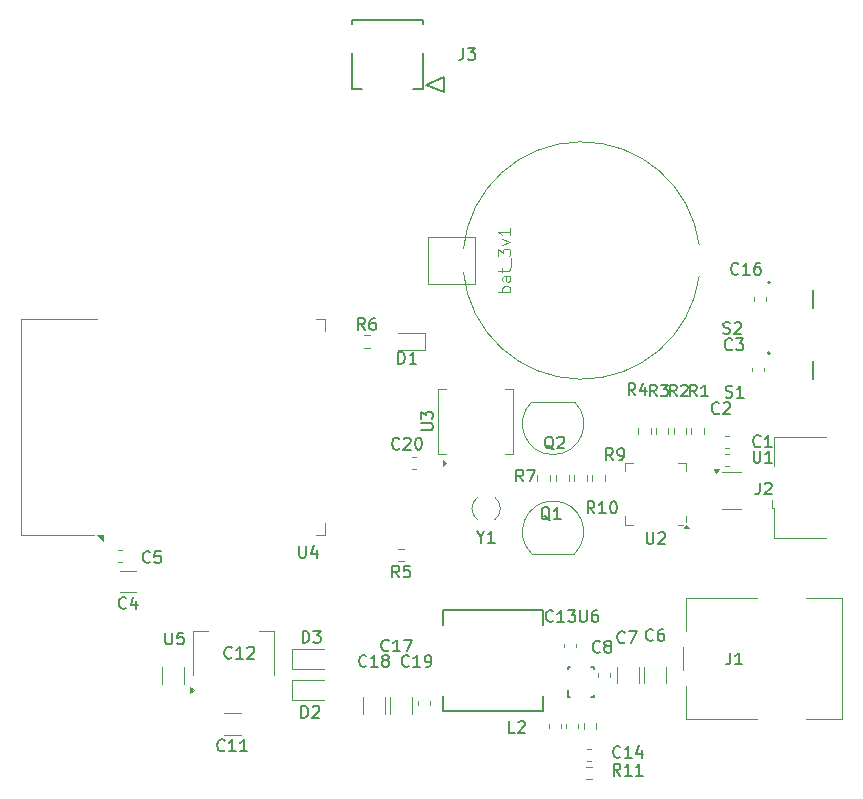
<source format=gbr>
%TF.GenerationSoftware,KiCad,Pcbnew,9.0.3*%
%TF.CreationDate,2025-08-19T04:28:39+03:00*%
%TF.ProjectId,esp,6573702e-6b69-4636-9164-5f7063625858,rev?*%
%TF.SameCoordinates,Original*%
%TF.FileFunction,Legend,Top*%
%TF.FilePolarity,Positive*%
%FSLAX46Y46*%
G04 Gerber Fmt 4.6, Leading zero omitted, Abs format (unit mm)*
G04 Created by KiCad (PCBNEW 9.0.3) date 2025-08-19 04:28:39*
%MOMM*%
%LPD*%
G01*
G04 APERTURE LIST*
%ADD10C,0.150000*%
%ADD11C,0.100000*%
%ADD12C,0.120000*%
%ADD13C,0.200000*%
%ADD14C,0.127000*%
%ADD15C,0.152400*%
G04 APERTURE END LIST*
D10*
X89723809Y-81928628D02*
X89723809Y-82404819D01*
X89390476Y-81404819D02*
X89723809Y-81928628D01*
X89723809Y-81928628D02*
X90057142Y-81404819D01*
X90914285Y-82404819D02*
X90342857Y-82404819D01*
X90628571Y-82404819D02*
X90628571Y-81404819D01*
X90628571Y-81404819D02*
X90533333Y-81547676D01*
X90533333Y-81547676D02*
X90438095Y-81642914D01*
X90438095Y-81642914D02*
X90342857Y-81690533D01*
X74661905Y-90854819D02*
X74661905Y-89854819D01*
X74661905Y-89854819D02*
X74900000Y-89854819D01*
X74900000Y-89854819D02*
X75042857Y-89902438D01*
X75042857Y-89902438D02*
X75138095Y-89997676D01*
X75138095Y-89997676D02*
X75185714Y-90092914D01*
X75185714Y-90092914D02*
X75233333Y-90283390D01*
X75233333Y-90283390D02*
X75233333Y-90426247D01*
X75233333Y-90426247D02*
X75185714Y-90616723D01*
X75185714Y-90616723D02*
X75138095Y-90711961D01*
X75138095Y-90711961D02*
X75042857Y-90807200D01*
X75042857Y-90807200D02*
X74900000Y-90854819D01*
X74900000Y-90854819D02*
X74661905Y-90854819D01*
X75566667Y-89854819D02*
X76185714Y-89854819D01*
X76185714Y-89854819D02*
X75852381Y-90235771D01*
X75852381Y-90235771D02*
X75995238Y-90235771D01*
X75995238Y-90235771D02*
X76090476Y-90283390D01*
X76090476Y-90283390D02*
X76138095Y-90331009D01*
X76138095Y-90331009D02*
X76185714Y-90426247D01*
X76185714Y-90426247D02*
X76185714Y-90664342D01*
X76185714Y-90664342D02*
X76138095Y-90759580D01*
X76138095Y-90759580D02*
X76090476Y-90807200D01*
X76090476Y-90807200D02*
X75995238Y-90854819D01*
X75995238Y-90854819D02*
X75709524Y-90854819D01*
X75709524Y-90854819D02*
X75614286Y-90807200D01*
X75614286Y-90807200D02*
X75566667Y-90759580D01*
X104333333Y-90609580D02*
X104285714Y-90657200D01*
X104285714Y-90657200D02*
X104142857Y-90704819D01*
X104142857Y-90704819D02*
X104047619Y-90704819D01*
X104047619Y-90704819D02*
X103904762Y-90657200D01*
X103904762Y-90657200D02*
X103809524Y-90561961D01*
X103809524Y-90561961D02*
X103761905Y-90466723D01*
X103761905Y-90466723D02*
X103714286Y-90276247D01*
X103714286Y-90276247D02*
X103714286Y-90133390D01*
X103714286Y-90133390D02*
X103761905Y-89942914D01*
X103761905Y-89942914D02*
X103809524Y-89847676D01*
X103809524Y-89847676D02*
X103904762Y-89752438D01*
X103904762Y-89752438D02*
X104047619Y-89704819D01*
X104047619Y-89704819D02*
X104142857Y-89704819D01*
X104142857Y-89704819D02*
X104285714Y-89752438D01*
X104285714Y-89752438D02*
X104333333Y-89800057D01*
X105190476Y-89704819D02*
X105000000Y-89704819D01*
X105000000Y-89704819D02*
X104904762Y-89752438D01*
X104904762Y-89752438D02*
X104857143Y-89800057D01*
X104857143Y-89800057D02*
X104761905Y-89942914D01*
X104761905Y-89942914D02*
X104714286Y-90133390D01*
X104714286Y-90133390D02*
X104714286Y-90514342D01*
X104714286Y-90514342D02*
X104761905Y-90609580D01*
X104761905Y-90609580D02*
X104809524Y-90657200D01*
X104809524Y-90657200D02*
X104904762Y-90704819D01*
X104904762Y-90704819D02*
X105095238Y-90704819D01*
X105095238Y-90704819D02*
X105190476Y-90657200D01*
X105190476Y-90657200D02*
X105238095Y-90609580D01*
X105238095Y-90609580D02*
X105285714Y-90514342D01*
X105285714Y-90514342D02*
X105285714Y-90276247D01*
X105285714Y-90276247D02*
X105238095Y-90181009D01*
X105238095Y-90181009D02*
X105190476Y-90133390D01*
X105190476Y-90133390D02*
X105095238Y-90085771D01*
X105095238Y-90085771D02*
X104904762Y-90085771D01*
X104904762Y-90085771D02*
X104809524Y-90133390D01*
X104809524Y-90133390D02*
X104761905Y-90181009D01*
X104761905Y-90181009D02*
X104714286Y-90276247D01*
X82833333Y-85334819D02*
X82500000Y-84858628D01*
X82261905Y-85334819D02*
X82261905Y-84334819D01*
X82261905Y-84334819D02*
X82642857Y-84334819D01*
X82642857Y-84334819D02*
X82738095Y-84382438D01*
X82738095Y-84382438D02*
X82785714Y-84430057D01*
X82785714Y-84430057D02*
X82833333Y-84525295D01*
X82833333Y-84525295D02*
X82833333Y-84668152D01*
X82833333Y-84668152D02*
X82785714Y-84763390D01*
X82785714Y-84763390D02*
X82738095Y-84811009D01*
X82738095Y-84811009D02*
X82642857Y-84858628D01*
X82642857Y-84858628D02*
X82261905Y-84858628D01*
X83738095Y-84334819D02*
X83261905Y-84334819D01*
X83261905Y-84334819D02*
X83214286Y-84811009D01*
X83214286Y-84811009D02*
X83261905Y-84763390D01*
X83261905Y-84763390D02*
X83357143Y-84715771D01*
X83357143Y-84715771D02*
X83595238Y-84715771D01*
X83595238Y-84715771D02*
X83690476Y-84763390D01*
X83690476Y-84763390D02*
X83738095Y-84811009D01*
X83738095Y-84811009D02*
X83785714Y-84906247D01*
X83785714Y-84906247D02*
X83785714Y-85144342D01*
X83785714Y-85144342D02*
X83738095Y-85239580D01*
X83738095Y-85239580D02*
X83690476Y-85287200D01*
X83690476Y-85287200D02*
X83595238Y-85334819D01*
X83595238Y-85334819D02*
X83357143Y-85334819D01*
X83357143Y-85334819D02*
X83261905Y-85287200D01*
X83261905Y-85287200D02*
X83214286Y-85239580D01*
X112838095Y-74604819D02*
X112838095Y-75414342D01*
X112838095Y-75414342D02*
X112885714Y-75509580D01*
X112885714Y-75509580D02*
X112933333Y-75557200D01*
X112933333Y-75557200D02*
X113028571Y-75604819D01*
X113028571Y-75604819D02*
X113219047Y-75604819D01*
X113219047Y-75604819D02*
X113314285Y-75557200D01*
X113314285Y-75557200D02*
X113361904Y-75509580D01*
X113361904Y-75509580D02*
X113409523Y-75414342D01*
X113409523Y-75414342D02*
X113409523Y-74604819D01*
X114409523Y-75604819D02*
X113838095Y-75604819D01*
X114123809Y-75604819D02*
X114123809Y-74604819D01*
X114123809Y-74604819D02*
X114028571Y-74747676D01*
X114028571Y-74747676D02*
X113933333Y-74842914D01*
X113933333Y-74842914D02*
X113838095Y-74890533D01*
X98138095Y-88104819D02*
X98138095Y-88914342D01*
X98138095Y-88914342D02*
X98185714Y-89009580D01*
X98185714Y-89009580D02*
X98233333Y-89057200D01*
X98233333Y-89057200D02*
X98328571Y-89104819D01*
X98328571Y-89104819D02*
X98519047Y-89104819D01*
X98519047Y-89104819D02*
X98614285Y-89057200D01*
X98614285Y-89057200D02*
X98661904Y-89009580D01*
X98661904Y-89009580D02*
X98709523Y-88914342D01*
X98709523Y-88914342D02*
X98709523Y-88104819D01*
X99614285Y-88104819D02*
X99423809Y-88104819D01*
X99423809Y-88104819D02*
X99328571Y-88152438D01*
X99328571Y-88152438D02*
X99280952Y-88200057D01*
X99280952Y-88200057D02*
X99185714Y-88342914D01*
X99185714Y-88342914D02*
X99138095Y-88533390D01*
X99138095Y-88533390D02*
X99138095Y-88914342D01*
X99138095Y-88914342D02*
X99185714Y-89009580D01*
X99185714Y-89009580D02*
X99233333Y-89057200D01*
X99233333Y-89057200D02*
X99328571Y-89104819D01*
X99328571Y-89104819D02*
X99519047Y-89104819D01*
X99519047Y-89104819D02*
X99614285Y-89057200D01*
X99614285Y-89057200D02*
X99661904Y-89009580D01*
X99661904Y-89009580D02*
X99709523Y-88914342D01*
X99709523Y-88914342D02*
X99709523Y-88676247D01*
X99709523Y-88676247D02*
X99661904Y-88581009D01*
X99661904Y-88581009D02*
X99614285Y-88533390D01*
X99614285Y-88533390D02*
X99519047Y-88485771D01*
X99519047Y-88485771D02*
X99328571Y-88485771D01*
X99328571Y-88485771D02*
X99233333Y-88533390D01*
X99233333Y-88533390D02*
X99185714Y-88581009D01*
X99185714Y-88581009D02*
X99138095Y-88676247D01*
X88266666Y-40504819D02*
X88266666Y-41219104D01*
X88266666Y-41219104D02*
X88219047Y-41361961D01*
X88219047Y-41361961D02*
X88123809Y-41457200D01*
X88123809Y-41457200D02*
X87980952Y-41504819D01*
X87980952Y-41504819D02*
X87885714Y-41504819D01*
X88647619Y-40504819D02*
X89266666Y-40504819D01*
X89266666Y-40504819D02*
X88933333Y-40885771D01*
X88933333Y-40885771D02*
X89076190Y-40885771D01*
X89076190Y-40885771D02*
X89171428Y-40933390D01*
X89171428Y-40933390D02*
X89219047Y-40981009D01*
X89219047Y-40981009D02*
X89266666Y-41076247D01*
X89266666Y-41076247D02*
X89266666Y-41314342D01*
X89266666Y-41314342D02*
X89219047Y-41409580D01*
X89219047Y-41409580D02*
X89171428Y-41457200D01*
X89171428Y-41457200D02*
X89076190Y-41504819D01*
X89076190Y-41504819D02*
X88790476Y-41504819D01*
X88790476Y-41504819D02*
X88695238Y-41457200D01*
X88695238Y-41457200D02*
X88647619Y-41409580D01*
X95604761Y-80500057D02*
X95509523Y-80452438D01*
X95509523Y-80452438D02*
X95414285Y-80357200D01*
X95414285Y-80357200D02*
X95271428Y-80214342D01*
X95271428Y-80214342D02*
X95176190Y-80166723D01*
X95176190Y-80166723D02*
X95080952Y-80166723D01*
X95128571Y-80404819D02*
X95033333Y-80357200D01*
X95033333Y-80357200D02*
X94938095Y-80261961D01*
X94938095Y-80261961D02*
X94890476Y-80071485D01*
X94890476Y-80071485D02*
X94890476Y-79738152D01*
X94890476Y-79738152D02*
X94938095Y-79547676D01*
X94938095Y-79547676D02*
X95033333Y-79452438D01*
X95033333Y-79452438D02*
X95128571Y-79404819D01*
X95128571Y-79404819D02*
X95319047Y-79404819D01*
X95319047Y-79404819D02*
X95414285Y-79452438D01*
X95414285Y-79452438D02*
X95509523Y-79547676D01*
X95509523Y-79547676D02*
X95557142Y-79738152D01*
X95557142Y-79738152D02*
X95557142Y-80071485D01*
X95557142Y-80071485D02*
X95509523Y-80261961D01*
X95509523Y-80261961D02*
X95414285Y-80357200D01*
X95414285Y-80357200D02*
X95319047Y-80404819D01*
X95319047Y-80404819D02*
X95128571Y-80404819D01*
X96509523Y-80404819D02*
X95938095Y-80404819D01*
X96223809Y-80404819D02*
X96223809Y-79404819D01*
X96223809Y-79404819D02*
X96128571Y-79547676D01*
X96128571Y-79547676D02*
X96033333Y-79642914D01*
X96033333Y-79642914D02*
X95938095Y-79690533D01*
X81957142Y-91509580D02*
X81909523Y-91557200D01*
X81909523Y-91557200D02*
X81766666Y-91604819D01*
X81766666Y-91604819D02*
X81671428Y-91604819D01*
X81671428Y-91604819D02*
X81528571Y-91557200D01*
X81528571Y-91557200D02*
X81433333Y-91461961D01*
X81433333Y-91461961D02*
X81385714Y-91366723D01*
X81385714Y-91366723D02*
X81338095Y-91176247D01*
X81338095Y-91176247D02*
X81338095Y-91033390D01*
X81338095Y-91033390D02*
X81385714Y-90842914D01*
X81385714Y-90842914D02*
X81433333Y-90747676D01*
X81433333Y-90747676D02*
X81528571Y-90652438D01*
X81528571Y-90652438D02*
X81671428Y-90604819D01*
X81671428Y-90604819D02*
X81766666Y-90604819D01*
X81766666Y-90604819D02*
X81909523Y-90652438D01*
X81909523Y-90652438D02*
X81957142Y-90700057D01*
X82909523Y-91604819D02*
X82338095Y-91604819D01*
X82623809Y-91604819D02*
X82623809Y-90604819D01*
X82623809Y-90604819D02*
X82528571Y-90747676D01*
X82528571Y-90747676D02*
X82433333Y-90842914D01*
X82433333Y-90842914D02*
X82338095Y-90890533D01*
X83242857Y-90604819D02*
X83909523Y-90604819D01*
X83909523Y-90604819D02*
X83480952Y-91604819D01*
X101933333Y-90809580D02*
X101885714Y-90857200D01*
X101885714Y-90857200D02*
X101742857Y-90904819D01*
X101742857Y-90904819D02*
X101647619Y-90904819D01*
X101647619Y-90904819D02*
X101504762Y-90857200D01*
X101504762Y-90857200D02*
X101409524Y-90761961D01*
X101409524Y-90761961D02*
X101361905Y-90666723D01*
X101361905Y-90666723D02*
X101314286Y-90476247D01*
X101314286Y-90476247D02*
X101314286Y-90333390D01*
X101314286Y-90333390D02*
X101361905Y-90142914D01*
X101361905Y-90142914D02*
X101409524Y-90047676D01*
X101409524Y-90047676D02*
X101504762Y-89952438D01*
X101504762Y-89952438D02*
X101647619Y-89904819D01*
X101647619Y-89904819D02*
X101742857Y-89904819D01*
X101742857Y-89904819D02*
X101885714Y-89952438D01*
X101885714Y-89952438D02*
X101933333Y-90000057D01*
X102266667Y-89904819D02*
X102933333Y-89904819D01*
X102933333Y-89904819D02*
X102504762Y-90904819D01*
X101557142Y-102104819D02*
X101223809Y-101628628D01*
X100985714Y-102104819D02*
X100985714Y-101104819D01*
X100985714Y-101104819D02*
X101366666Y-101104819D01*
X101366666Y-101104819D02*
X101461904Y-101152438D01*
X101461904Y-101152438D02*
X101509523Y-101200057D01*
X101509523Y-101200057D02*
X101557142Y-101295295D01*
X101557142Y-101295295D02*
X101557142Y-101438152D01*
X101557142Y-101438152D02*
X101509523Y-101533390D01*
X101509523Y-101533390D02*
X101461904Y-101581009D01*
X101461904Y-101581009D02*
X101366666Y-101628628D01*
X101366666Y-101628628D02*
X100985714Y-101628628D01*
X102509523Y-102104819D02*
X101938095Y-102104819D01*
X102223809Y-102104819D02*
X102223809Y-101104819D01*
X102223809Y-101104819D02*
X102128571Y-101247676D01*
X102128571Y-101247676D02*
X102033333Y-101342914D01*
X102033333Y-101342914D02*
X101938095Y-101390533D01*
X103461904Y-102104819D02*
X102890476Y-102104819D01*
X103176190Y-102104819D02*
X103176190Y-101104819D01*
X103176190Y-101104819D02*
X103080952Y-101247676D01*
X103080952Y-101247676D02*
X102985714Y-101342914D01*
X102985714Y-101342914D02*
X102890476Y-101390533D01*
X63038095Y-90004819D02*
X63038095Y-90814342D01*
X63038095Y-90814342D02*
X63085714Y-90909580D01*
X63085714Y-90909580D02*
X63133333Y-90957200D01*
X63133333Y-90957200D02*
X63228571Y-91004819D01*
X63228571Y-91004819D02*
X63419047Y-91004819D01*
X63419047Y-91004819D02*
X63514285Y-90957200D01*
X63514285Y-90957200D02*
X63561904Y-90909580D01*
X63561904Y-90909580D02*
X63609523Y-90814342D01*
X63609523Y-90814342D02*
X63609523Y-90004819D01*
X64561904Y-90004819D02*
X64085714Y-90004819D01*
X64085714Y-90004819D02*
X64038095Y-90481009D01*
X64038095Y-90481009D02*
X64085714Y-90433390D01*
X64085714Y-90433390D02*
X64180952Y-90385771D01*
X64180952Y-90385771D02*
X64419047Y-90385771D01*
X64419047Y-90385771D02*
X64514285Y-90433390D01*
X64514285Y-90433390D02*
X64561904Y-90481009D01*
X64561904Y-90481009D02*
X64609523Y-90576247D01*
X64609523Y-90576247D02*
X64609523Y-90814342D01*
X64609523Y-90814342D02*
X64561904Y-90909580D01*
X64561904Y-90909580D02*
X64514285Y-90957200D01*
X64514285Y-90957200D02*
X64419047Y-91004819D01*
X64419047Y-91004819D02*
X64180952Y-91004819D01*
X64180952Y-91004819D02*
X64085714Y-90957200D01*
X64085714Y-90957200D02*
X64038095Y-90909580D01*
X108033333Y-70004819D02*
X107700000Y-69528628D01*
X107461905Y-70004819D02*
X107461905Y-69004819D01*
X107461905Y-69004819D02*
X107842857Y-69004819D01*
X107842857Y-69004819D02*
X107938095Y-69052438D01*
X107938095Y-69052438D02*
X107985714Y-69100057D01*
X107985714Y-69100057D02*
X108033333Y-69195295D01*
X108033333Y-69195295D02*
X108033333Y-69338152D01*
X108033333Y-69338152D02*
X107985714Y-69433390D01*
X107985714Y-69433390D02*
X107938095Y-69481009D01*
X107938095Y-69481009D02*
X107842857Y-69528628D01*
X107842857Y-69528628D02*
X107461905Y-69528628D01*
X108985714Y-70004819D02*
X108414286Y-70004819D01*
X108700000Y-70004819D02*
X108700000Y-69004819D01*
X108700000Y-69004819D02*
X108604762Y-69147676D01*
X108604762Y-69147676D02*
X108509524Y-69242914D01*
X108509524Y-69242914D02*
X108414286Y-69290533D01*
X84704819Y-72861904D02*
X85514342Y-72861904D01*
X85514342Y-72861904D02*
X85609580Y-72814285D01*
X85609580Y-72814285D02*
X85657200Y-72766666D01*
X85657200Y-72766666D02*
X85704819Y-72671428D01*
X85704819Y-72671428D02*
X85704819Y-72480952D01*
X85704819Y-72480952D02*
X85657200Y-72385714D01*
X85657200Y-72385714D02*
X85609580Y-72338095D01*
X85609580Y-72338095D02*
X85514342Y-72290476D01*
X85514342Y-72290476D02*
X84704819Y-72290476D01*
X84704819Y-71909523D02*
X84704819Y-71290476D01*
X84704819Y-71290476D02*
X85085771Y-71623809D01*
X85085771Y-71623809D02*
X85085771Y-71480952D01*
X85085771Y-71480952D02*
X85133390Y-71385714D01*
X85133390Y-71385714D02*
X85181009Y-71338095D01*
X85181009Y-71338095D02*
X85276247Y-71290476D01*
X85276247Y-71290476D02*
X85514342Y-71290476D01*
X85514342Y-71290476D02*
X85609580Y-71338095D01*
X85609580Y-71338095D02*
X85657200Y-71385714D01*
X85657200Y-71385714D02*
X85704819Y-71480952D01*
X85704819Y-71480952D02*
X85704819Y-71766666D01*
X85704819Y-71766666D02*
X85657200Y-71861904D01*
X85657200Y-71861904D02*
X85609580Y-71909523D01*
X113366666Y-77304819D02*
X113366666Y-78019104D01*
X113366666Y-78019104D02*
X113319047Y-78161961D01*
X113319047Y-78161961D02*
X113223809Y-78257200D01*
X113223809Y-78257200D02*
X113080952Y-78304819D01*
X113080952Y-78304819D02*
X112985714Y-78304819D01*
X113795238Y-77400057D02*
X113842857Y-77352438D01*
X113842857Y-77352438D02*
X113938095Y-77304819D01*
X113938095Y-77304819D02*
X114176190Y-77304819D01*
X114176190Y-77304819D02*
X114271428Y-77352438D01*
X114271428Y-77352438D02*
X114319047Y-77400057D01*
X114319047Y-77400057D02*
X114366666Y-77495295D01*
X114366666Y-77495295D02*
X114366666Y-77590533D01*
X114366666Y-77590533D02*
X114319047Y-77733390D01*
X114319047Y-77733390D02*
X113747619Y-78304819D01*
X113747619Y-78304819D02*
X114366666Y-78304819D01*
X68657142Y-92109580D02*
X68609523Y-92157200D01*
X68609523Y-92157200D02*
X68466666Y-92204819D01*
X68466666Y-92204819D02*
X68371428Y-92204819D01*
X68371428Y-92204819D02*
X68228571Y-92157200D01*
X68228571Y-92157200D02*
X68133333Y-92061961D01*
X68133333Y-92061961D02*
X68085714Y-91966723D01*
X68085714Y-91966723D02*
X68038095Y-91776247D01*
X68038095Y-91776247D02*
X68038095Y-91633390D01*
X68038095Y-91633390D02*
X68085714Y-91442914D01*
X68085714Y-91442914D02*
X68133333Y-91347676D01*
X68133333Y-91347676D02*
X68228571Y-91252438D01*
X68228571Y-91252438D02*
X68371428Y-91204819D01*
X68371428Y-91204819D02*
X68466666Y-91204819D01*
X68466666Y-91204819D02*
X68609523Y-91252438D01*
X68609523Y-91252438D02*
X68657142Y-91300057D01*
X69609523Y-92204819D02*
X69038095Y-92204819D01*
X69323809Y-92204819D02*
X69323809Y-91204819D01*
X69323809Y-91204819D02*
X69228571Y-91347676D01*
X69228571Y-91347676D02*
X69133333Y-91442914D01*
X69133333Y-91442914D02*
X69038095Y-91490533D01*
X69990476Y-91300057D02*
X70038095Y-91252438D01*
X70038095Y-91252438D02*
X70133333Y-91204819D01*
X70133333Y-91204819D02*
X70371428Y-91204819D01*
X70371428Y-91204819D02*
X70466666Y-91252438D01*
X70466666Y-91252438D02*
X70514285Y-91300057D01*
X70514285Y-91300057D02*
X70561904Y-91395295D01*
X70561904Y-91395295D02*
X70561904Y-91490533D01*
X70561904Y-91490533D02*
X70514285Y-91633390D01*
X70514285Y-91633390D02*
X69942857Y-92204819D01*
X69942857Y-92204819D02*
X70561904Y-92204819D01*
X113433333Y-74209580D02*
X113385714Y-74257200D01*
X113385714Y-74257200D02*
X113242857Y-74304819D01*
X113242857Y-74304819D02*
X113147619Y-74304819D01*
X113147619Y-74304819D02*
X113004762Y-74257200D01*
X113004762Y-74257200D02*
X112909524Y-74161961D01*
X112909524Y-74161961D02*
X112861905Y-74066723D01*
X112861905Y-74066723D02*
X112814286Y-73876247D01*
X112814286Y-73876247D02*
X112814286Y-73733390D01*
X112814286Y-73733390D02*
X112861905Y-73542914D01*
X112861905Y-73542914D02*
X112909524Y-73447676D01*
X112909524Y-73447676D02*
X113004762Y-73352438D01*
X113004762Y-73352438D02*
X113147619Y-73304819D01*
X113147619Y-73304819D02*
X113242857Y-73304819D01*
X113242857Y-73304819D02*
X113385714Y-73352438D01*
X113385714Y-73352438D02*
X113433333Y-73400057D01*
X114385714Y-74304819D02*
X113814286Y-74304819D01*
X114100000Y-74304819D02*
X114100000Y-73304819D01*
X114100000Y-73304819D02*
X114004762Y-73447676D01*
X114004762Y-73447676D02*
X113909524Y-73542914D01*
X113909524Y-73542914D02*
X113814286Y-73590533D01*
X82857142Y-74409580D02*
X82809523Y-74457200D01*
X82809523Y-74457200D02*
X82666666Y-74504819D01*
X82666666Y-74504819D02*
X82571428Y-74504819D01*
X82571428Y-74504819D02*
X82428571Y-74457200D01*
X82428571Y-74457200D02*
X82333333Y-74361961D01*
X82333333Y-74361961D02*
X82285714Y-74266723D01*
X82285714Y-74266723D02*
X82238095Y-74076247D01*
X82238095Y-74076247D02*
X82238095Y-73933390D01*
X82238095Y-73933390D02*
X82285714Y-73742914D01*
X82285714Y-73742914D02*
X82333333Y-73647676D01*
X82333333Y-73647676D02*
X82428571Y-73552438D01*
X82428571Y-73552438D02*
X82571428Y-73504819D01*
X82571428Y-73504819D02*
X82666666Y-73504819D01*
X82666666Y-73504819D02*
X82809523Y-73552438D01*
X82809523Y-73552438D02*
X82857142Y-73600057D01*
X83238095Y-73600057D02*
X83285714Y-73552438D01*
X83285714Y-73552438D02*
X83380952Y-73504819D01*
X83380952Y-73504819D02*
X83619047Y-73504819D01*
X83619047Y-73504819D02*
X83714285Y-73552438D01*
X83714285Y-73552438D02*
X83761904Y-73600057D01*
X83761904Y-73600057D02*
X83809523Y-73695295D01*
X83809523Y-73695295D02*
X83809523Y-73790533D01*
X83809523Y-73790533D02*
X83761904Y-73933390D01*
X83761904Y-73933390D02*
X83190476Y-74504819D01*
X83190476Y-74504819D02*
X83809523Y-74504819D01*
X84428571Y-73504819D02*
X84523809Y-73504819D01*
X84523809Y-73504819D02*
X84619047Y-73552438D01*
X84619047Y-73552438D02*
X84666666Y-73600057D01*
X84666666Y-73600057D02*
X84714285Y-73695295D01*
X84714285Y-73695295D02*
X84761904Y-73885771D01*
X84761904Y-73885771D02*
X84761904Y-74123866D01*
X84761904Y-74123866D02*
X84714285Y-74314342D01*
X84714285Y-74314342D02*
X84666666Y-74409580D01*
X84666666Y-74409580D02*
X84619047Y-74457200D01*
X84619047Y-74457200D02*
X84523809Y-74504819D01*
X84523809Y-74504819D02*
X84428571Y-74504819D01*
X84428571Y-74504819D02*
X84333333Y-74457200D01*
X84333333Y-74457200D02*
X84285714Y-74409580D01*
X84285714Y-74409580D02*
X84238095Y-74314342D01*
X84238095Y-74314342D02*
X84190476Y-74123866D01*
X84190476Y-74123866D02*
X84190476Y-73885771D01*
X84190476Y-73885771D02*
X84238095Y-73695295D01*
X84238095Y-73695295D02*
X84285714Y-73600057D01*
X84285714Y-73600057D02*
X84333333Y-73552438D01*
X84333333Y-73552438D02*
X84428571Y-73504819D01*
X83657142Y-92809580D02*
X83609523Y-92857200D01*
X83609523Y-92857200D02*
X83466666Y-92904819D01*
X83466666Y-92904819D02*
X83371428Y-92904819D01*
X83371428Y-92904819D02*
X83228571Y-92857200D01*
X83228571Y-92857200D02*
X83133333Y-92761961D01*
X83133333Y-92761961D02*
X83085714Y-92666723D01*
X83085714Y-92666723D02*
X83038095Y-92476247D01*
X83038095Y-92476247D02*
X83038095Y-92333390D01*
X83038095Y-92333390D02*
X83085714Y-92142914D01*
X83085714Y-92142914D02*
X83133333Y-92047676D01*
X83133333Y-92047676D02*
X83228571Y-91952438D01*
X83228571Y-91952438D02*
X83371428Y-91904819D01*
X83371428Y-91904819D02*
X83466666Y-91904819D01*
X83466666Y-91904819D02*
X83609523Y-91952438D01*
X83609523Y-91952438D02*
X83657142Y-92000057D01*
X84609523Y-92904819D02*
X84038095Y-92904819D01*
X84323809Y-92904819D02*
X84323809Y-91904819D01*
X84323809Y-91904819D02*
X84228571Y-92047676D01*
X84228571Y-92047676D02*
X84133333Y-92142914D01*
X84133333Y-92142914D02*
X84038095Y-92190533D01*
X85085714Y-92904819D02*
X85276190Y-92904819D01*
X85276190Y-92904819D02*
X85371428Y-92857200D01*
X85371428Y-92857200D02*
X85419047Y-92809580D01*
X85419047Y-92809580D02*
X85514285Y-92666723D01*
X85514285Y-92666723D02*
X85561904Y-92476247D01*
X85561904Y-92476247D02*
X85561904Y-92095295D01*
X85561904Y-92095295D02*
X85514285Y-92000057D01*
X85514285Y-92000057D02*
X85466666Y-91952438D01*
X85466666Y-91952438D02*
X85371428Y-91904819D01*
X85371428Y-91904819D02*
X85180952Y-91904819D01*
X85180952Y-91904819D02*
X85085714Y-91952438D01*
X85085714Y-91952438D02*
X85038095Y-92000057D01*
X85038095Y-92000057D02*
X84990476Y-92095295D01*
X84990476Y-92095295D02*
X84990476Y-92333390D01*
X84990476Y-92333390D02*
X85038095Y-92428628D01*
X85038095Y-92428628D02*
X85085714Y-92476247D01*
X85085714Y-92476247D02*
X85180952Y-92523866D01*
X85180952Y-92523866D02*
X85371428Y-92523866D01*
X85371428Y-92523866D02*
X85466666Y-92476247D01*
X85466666Y-92476247D02*
X85514285Y-92428628D01*
X85514285Y-92428628D02*
X85561904Y-92333390D01*
X100933333Y-75404819D02*
X100600000Y-74928628D01*
X100361905Y-75404819D02*
X100361905Y-74404819D01*
X100361905Y-74404819D02*
X100742857Y-74404819D01*
X100742857Y-74404819D02*
X100838095Y-74452438D01*
X100838095Y-74452438D02*
X100885714Y-74500057D01*
X100885714Y-74500057D02*
X100933333Y-74595295D01*
X100933333Y-74595295D02*
X100933333Y-74738152D01*
X100933333Y-74738152D02*
X100885714Y-74833390D01*
X100885714Y-74833390D02*
X100838095Y-74881009D01*
X100838095Y-74881009D02*
X100742857Y-74928628D01*
X100742857Y-74928628D02*
X100361905Y-74928628D01*
X101409524Y-75404819D02*
X101600000Y-75404819D01*
X101600000Y-75404819D02*
X101695238Y-75357200D01*
X101695238Y-75357200D02*
X101742857Y-75309580D01*
X101742857Y-75309580D02*
X101838095Y-75166723D01*
X101838095Y-75166723D02*
X101885714Y-74976247D01*
X101885714Y-74976247D02*
X101885714Y-74595295D01*
X101885714Y-74595295D02*
X101838095Y-74500057D01*
X101838095Y-74500057D02*
X101790476Y-74452438D01*
X101790476Y-74452438D02*
X101695238Y-74404819D01*
X101695238Y-74404819D02*
X101504762Y-74404819D01*
X101504762Y-74404819D02*
X101409524Y-74452438D01*
X101409524Y-74452438D02*
X101361905Y-74500057D01*
X101361905Y-74500057D02*
X101314286Y-74595295D01*
X101314286Y-74595295D02*
X101314286Y-74833390D01*
X101314286Y-74833390D02*
X101361905Y-74928628D01*
X101361905Y-74928628D02*
X101409524Y-74976247D01*
X101409524Y-74976247D02*
X101504762Y-75023866D01*
X101504762Y-75023866D02*
X101695238Y-75023866D01*
X101695238Y-75023866D02*
X101790476Y-74976247D01*
X101790476Y-74976247D02*
X101838095Y-74928628D01*
X101838095Y-74928628D02*
X101885714Y-74833390D01*
X109933333Y-71409580D02*
X109885714Y-71457200D01*
X109885714Y-71457200D02*
X109742857Y-71504819D01*
X109742857Y-71504819D02*
X109647619Y-71504819D01*
X109647619Y-71504819D02*
X109504762Y-71457200D01*
X109504762Y-71457200D02*
X109409524Y-71361961D01*
X109409524Y-71361961D02*
X109361905Y-71266723D01*
X109361905Y-71266723D02*
X109314286Y-71076247D01*
X109314286Y-71076247D02*
X109314286Y-70933390D01*
X109314286Y-70933390D02*
X109361905Y-70742914D01*
X109361905Y-70742914D02*
X109409524Y-70647676D01*
X109409524Y-70647676D02*
X109504762Y-70552438D01*
X109504762Y-70552438D02*
X109647619Y-70504819D01*
X109647619Y-70504819D02*
X109742857Y-70504819D01*
X109742857Y-70504819D02*
X109885714Y-70552438D01*
X109885714Y-70552438D02*
X109933333Y-70600057D01*
X110314286Y-70600057D02*
X110361905Y-70552438D01*
X110361905Y-70552438D02*
X110457143Y-70504819D01*
X110457143Y-70504819D02*
X110695238Y-70504819D01*
X110695238Y-70504819D02*
X110790476Y-70552438D01*
X110790476Y-70552438D02*
X110838095Y-70600057D01*
X110838095Y-70600057D02*
X110885714Y-70695295D01*
X110885714Y-70695295D02*
X110885714Y-70790533D01*
X110885714Y-70790533D02*
X110838095Y-70933390D01*
X110838095Y-70933390D02*
X110266667Y-71504819D01*
X110266667Y-71504819D02*
X110885714Y-71504819D01*
X110475595Y-70057200D02*
X110618452Y-70104819D01*
X110618452Y-70104819D02*
X110856547Y-70104819D01*
X110856547Y-70104819D02*
X110951785Y-70057200D01*
X110951785Y-70057200D02*
X110999404Y-70009580D01*
X110999404Y-70009580D02*
X111047023Y-69914342D01*
X111047023Y-69914342D02*
X111047023Y-69819104D01*
X111047023Y-69819104D02*
X110999404Y-69723866D01*
X110999404Y-69723866D02*
X110951785Y-69676247D01*
X110951785Y-69676247D02*
X110856547Y-69628628D01*
X110856547Y-69628628D02*
X110666071Y-69581009D01*
X110666071Y-69581009D02*
X110570833Y-69533390D01*
X110570833Y-69533390D02*
X110523214Y-69485771D01*
X110523214Y-69485771D02*
X110475595Y-69390533D01*
X110475595Y-69390533D02*
X110475595Y-69295295D01*
X110475595Y-69295295D02*
X110523214Y-69200057D01*
X110523214Y-69200057D02*
X110570833Y-69152438D01*
X110570833Y-69152438D02*
X110666071Y-69104819D01*
X110666071Y-69104819D02*
X110904166Y-69104819D01*
X110904166Y-69104819D02*
X111047023Y-69152438D01*
X111999404Y-70104819D02*
X111427976Y-70104819D01*
X111713690Y-70104819D02*
X111713690Y-69104819D01*
X111713690Y-69104819D02*
X111618452Y-69247676D01*
X111618452Y-69247676D02*
X111523214Y-69342914D01*
X111523214Y-69342914D02*
X111427976Y-69390533D01*
D11*
X92232481Y-61166666D02*
X91232481Y-61166666D01*
X91613433Y-61166666D02*
X91565814Y-61071428D01*
X91565814Y-61071428D02*
X91565814Y-60880952D01*
X91565814Y-60880952D02*
X91613433Y-60785714D01*
X91613433Y-60785714D02*
X91661052Y-60738095D01*
X91661052Y-60738095D02*
X91756290Y-60690476D01*
X91756290Y-60690476D02*
X92042004Y-60690476D01*
X92042004Y-60690476D02*
X92137242Y-60738095D01*
X92137242Y-60738095D02*
X92184862Y-60785714D01*
X92184862Y-60785714D02*
X92232481Y-60880952D01*
X92232481Y-60880952D02*
X92232481Y-61071428D01*
X92232481Y-61071428D02*
X92184862Y-61166666D01*
X92232481Y-59833333D02*
X91708671Y-59833333D01*
X91708671Y-59833333D02*
X91613433Y-59880952D01*
X91613433Y-59880952D02*
X91565814Y-59976190D01*
X91565814Y-59976190D02*
X91565814Y-60166666D01*
X91565814Y-60166666D02*
X91613433Y-60261904D01*
X92184862Y-59833333D02*
X92232481Y-59928571D01*
X92232481Y-59928571D02*
X92232481Y-60166666D01*
X92232481Y-60166666D02*
X92184862Y-60261904D01*
X92184862Y-60261904D02*
X92089623Y-60309523D01*
X92089623Y-60309523D02*
X91994385Y-60309523D01*
X91994385Y-60309523D02*
X91899147Y-60261904D01*
X91899147Y-60261904D02*
X91851528Y-60166666D01*
X91851528Y-60166666D02*
X91851528Y-59928571D01*
X91851528Y-59928571D02*
X91803909Y-59833333D01*
X91565814Y-59499999D02*
X91565814Y-59119047D01*
X91232481Y-59357142D02*
X92089623Y-59357142D01*
X92089623Y-59357142D02*
X92184862Y-59309523D01*
X92184862Y-59309523D02*
X92232481Y-59214285D01*
X92232481Y-59214285D02*
X92232481Y-59119047D01*
X92327719Y-59023809D02*
X92327719Y-58261904D01*
X91232481Y-58119046D02*
X91232481Y-57499999D01*
X91232481Y-57499999D02*
X91613433Y-57833332D01*
X91613433Y-57833332D02*
X91613433Y-57690475D01*
X91613433Y-57690475D02*
X91661052Y-57595237D01*
X91661052Y-57595237D02*
X91708671Y-57547618D01*
X91708671Y-57547618D02*
X91803909Y-57499999D01*
X91803909Y-57499999D02*
X92042004Y-57499999D01*
X92042004Y-57499999D02*
X92137242Y-57547618D01*
X92137242Y-57547618D02*
X92184862Y-57595237D01*
X92184862Y-57595237D02*
X92232481Y-57690475D01*
X92232481Y-57690475D02*
X92232481Y-57976189D01*
X92232481Y-57976189D02*
X92184862Y-58071427D01*
X92184862Y-58071427D02*
X92137242Y-58119046D01*
X91565814Y-57166665D02*
X92232481Y-56928570D01*
X92232481Y-56928570D02*
X91565814Y-56690475D01*
X92232481Y-55785713D02*
X92232481Y-56357141D01*
X92232481Y-56071427D02*
X91232481Y-56071427D01*
X91232481Y-56071427D02*
X91375338Y-56166665D01*
X91375338Y-56166665D02*
X91470576Y-56261903D01*
X91470576Y-56261903D02*
X91518195Y-56357141D01*
D10*
X111033333Y-66009580D02*
X110985714Y-66057200D01*
X110985714Y-66057200D02*
X110842857Y-66104819D01*
X110842857Y-66104819D02*
X110747619Y-66104819D01*
X110747619Y-66104819D02*
X110604762Y-66057200D01*
X110604762Y-66057200D02*
X110509524Y-65961961D01*
X110509524Y-65961961D02*
X110461905Y-65866723D01*
X110461905Y-65866723D02*
X110414286Y-65676247D01*
X110414286Y-65676247D02*
X110414286Y-65533390D01*
X110414286Y-65533390D02*
X110461905Y-65342914D01*
X110461905Y-65342914D02*
X110509524Y-65247676D01*
X110509524Y-65247676D02*
X110604762Y-65152438D01*
X110604762Y-65152438D02*
X110747619Y-65104819D01*
X110747619Y-65104819D02*
X110842857Y-65104819D01*
X110842857Y-65104819D02*
X110985714Y-65152438D01*
X110985714Y-65152438D02*
X111033333Y-65200057D01*
X111366667Y-65104819D02*
X111985714Y-65104819D01*
X111985714Y-65104819D02*
X111652381Y-65485771D01*
X111652381Y-65485771D02*
X111795238Y-65485771D01*
X111795238Y-65485771D02*
X111890476Y-65533390D01*
X111890476Y-65533390D02*
X111938095Y-65581009D01*
X111938095Y-65581009D02*
X111985714Y-65676247D01*
X111985714Y-65676247D02*
X111985714Y-65914342D01*
X111985714Y-65914342D02*
X111938095Y-66009580D01*
X111938095Y-66009580D02*
X111890476Y-66057200D01*
X111890476Y-66057200D02*
X111795238Y-66104819D01*
X111795238Y-66104819D02*
X111509524Y-66104819D01*
X111509524Y-66104819D02*
X111414286Y-66057200D01*
X111414286Y-66057200D02*
X111366667Y-66009580D01*
X93333333Y-77204819D02*
X93000000Y-76728628D01*
X92761905Y-77204819D02*
X92761905Y-76204819D01*
X92761905Y-76204819D02*
X93142857Y-76204819D01*
X93142857Y-76204819D02*
X93238095Y-76252438D01*
X93238095Y-76252438D02*
X93285714Y-76300057D01*
X93285714Y-76300057D02*
X93333333Y-76395295D01*
X93333333Y-76395295D02*
X93333333Y-76538152D01*
X93333333Y-76538152D02*
X93285714Y-76633390D01*
X93285714Y-76633390D02*
X93238095Y-76681009D01*
X93238095Y-76681009D02*
X93142857Y-76728628D01*
X93142857Y-76728628D02*
X92761905Y-76728628D01*
X93666667Y-76204819D02*
X94333333Y-76204819D01*
X94333333Y-76204819D02*
X93904762Y-77204819D01*
X82761905Y-67234819D02*
X82761905Y-66234819D01*
X82761905Y-66234819D02*
X83000000Y-66234819D01*
X83000000Y-66234819D02*
X83142857Y-66282438D01*
X83142857Y-66282438D02*
X83238095Y-66377676D01*
X83238095Y-66377676D02*
X83285714Y-66472914D01*
X83285714Y-66472914D02*
X83333333Y-66663390D01*
X83333333Y-66663390D02*
X83333333Y-66806247D01*
X83333333Y-66806247D02*
X83285714Y-66996723D01*
X83285714Y-66996723D02*
X83238095Y-67091961D01*
X83238095Y-67091961D02*
X83142857Y-67187200D01*
X83142857Y-67187200D02*
X83000000Y-67234819D01*
X83000000Y-67234819D02*
X82761905Y-67234819D01*
X84285714Y-67234819D02*
X83714286Y-67234819D01*
X84000000Y-67234819D02*
X84000000Y-66234819D01*
X84000000Y-66234819D02*
X83904762Y-66377676D01*
X83904762Y-66377676D02*
X83809524Y-66472914D01*
X83809524Y-66472914D02*
X83714286Y-66520533D01*
X103788095Y-81504819D02*
X103788095Y-82314342D01*
X103788095Y-82314342D02*
X103835714Y-82409580D01*
X103835714Y-82409580D02*
X103883333Y-82457200D01*
X103883333Y-82457200D02*
X103978571Y-82504819D01*
X103978571Y-82504819D02*
X104169047Y-82504819D01*
X104169047Y-82504819D02*
X104264285Y-82457200D01*
X104264285Y-82457200D02*
X104311904Y-82409580D01*
X104311904Y-82409580D02*
X104359523Y-82314342D01*
X104359523Y-82314342D02*
X104359523Y-81504819D01*
X104788095Y-81600057D02*
X104835714Y-81552438D01*
X104835714Y-81552438D02*
X104930952Y-81504819D01*
X104930952Y-81504819D02*
X105169047Y-81504819D01*
X105169047Y-81504819D02*
X105264285Y-81552438D01*
X105264285Y-81552438D02*
X105311904Y-81600057D01*
X105311904Y-81600057D02*
X105359523Y-81695295D01*
X105359523Y-81695295D02*
X105359523Y-81790533D01*
X105359523Y-81790533D02*
X105311904Y-81933390D01*
X105311904Y-81933390D02*
X104740476Y-82504819D01*
X104740476Y-82504819D02*
X105359523Y-82504819D01*
X110275595Y-64657200D02*
X110418452Y-64704819D01*
X110418452Y-64704819D02*
X110656547Y-64704819D01*
X110656547Y-64704819D02*
X110751785Y-64657200D01*
X110751785Y-64657200D02*
X110799404Y-64609580D01*
X110799404Y-64609580D02*
X110847023Y-64514342D01*
X110847023Y-64514342D02*
X110847023Y-64419104D01*
X110847023Y-64419104D02*
X110799404Y-64323866D01*
X110799404Y-64323866D02*
X110751785Y-64276247D01*
X110751785Y-64276247D02*
X110656547Y-64228628D01*
X110656547Y-64228628D02*
X110466071Y-64181009D01*
X110466071Y-64181009D02*
X110370833Y-64133390D01*
X110370833Y-64133390D02*
X110323214Y-64085771D01*
X110323214Y-64085771D02*
X110275595Y-63990533D01*
X110275595Y-63990533D02*
X110275595Y-63895295D01*
X110275595Y-63895295D02*
X110323214Y-63800057D01*
X110323214Y-63800057D02*
X110370833Y-63752438D01*
X110370833Y-63752438D02*
X110466071Y-63704819D01*
X110466071Y-63704819D02*
X110704166Y-63704819D01*
X110704166Y-63704819D02*
X110847023Y-63752438D01*
X111227976Y-63800057D02*
X111275595Y-63752438D01*
X111275595Y-63752438D02*
X111370833Y-63704819D01*
X111370833Y-63704819D02*
X111608928Y-63704819D01*
X111608928Y-63704819D02*
X111704166Y-63752438D01*
X111704166Y-63752438D02*
X111751785Y-63800057D01*
X111751785Y-63800057D02*
X111799404Y-63895295D01*
X111799404Y-63895295D02*
X111799404Y-63990533D01*
X111799404Y-63990533D02*
X111751785Y-64133390D01*
X111751785Y-64133390D02*
X111180357Y-64704819D01*
X111180357Y-64704819D02*
X111799404Y-64704819D01*
X68057142Y-99959580D02*
X68009523Y-100007200D01*
X68009523Y-100007200D02*
X67866666Y-100054819D01*
X67866666Y-100054819D02*
X67771428Y-100054819D01*
X67771428Y-100054819D02*
X67628571Y-100007200D01*
X67628571Y-100007200D02*
X67533333Y-99911961D01*
X67533333Y-99911961D02*
X67485714Y-99816723D01*
X67485714Y-99816723D02*
X67438095Y-99626247D01*
X67438095Y-99626247D02*
X67438095Y-99483390D01*
X67438095Y-99483390D02*
X67485714Y-99292914D01*
X67485714Y-99292914D02*
X67533333Y-99197676D01*
X67533333Y-99197676D02*
X67628571Y-99102438D01*
X67628571Y-99102438D02*
X67771428Y-99054819D01*
X67771428Y-99054819D02*
X67866666Y-99054819D01*
X67866666Y-99054819D02*
X68009523Y-99102438D01*
X68009523Y-99102438D02*
X68057142Y-99150057D01*
X69009523Y-100054819D02*
X68438095Y-100054819D01*
X68723809Y-100054819D02*
X68723809Y-99054819D01*
X68723809Y-99054819D02*
X68628571Y-99197676D01*
X68628571Y-99197676D02*
X68533333Y-99292914D01*
X68533333Y-99292914D02*
X68438095Y-99340533D01*
X69961904Y-100054819D02*
X69390476Y-100054819D01*
X69676190Y-100054819D02*
X69676190Y-99054819D01*
X69676190Y-99054819D02*
X69580952Y-99197676D01*
X69580952Y-99197676D02*
X69485714Y-99292914D01*
X69485714Y-99292914D02*
X69390476Y-99340533D01*
X110866666Y-91704819D02*
X110866666Y-92419104D01*
X110866666Y-92419104D02*
X110819047Y-92561961D01*
X110819047Y-92561961D02*
X110723809Y-92657200D01*
X110723809Y-92657200D02*
X110580952Y-92704819D01*
X110580952Y-92704819D02*
X110485714Y-92704819D01*
X111866666Y-92704819D02*
X111295238Y-92704819D01*
X111580952Y-92704819D02*
X111580952Y-91704819D01*
X111580952Y-91704819D02*
X111485714Y-91847676D01*
X111485714Y-91847676D02*
X111390476Y-91942914D01*
X111390476Y-91942914D02*
X111295238Y-91990533D01*
X95857142Y-89009580D02*
X95809523Y-89057200D01*
X95809523Y-89057200D02*
X95666666Y-89104819D01*
X95666666Y-89104819D02*
X95571428Y-89104819D01*
X95571428Y-89104819D02*
X95428571Y-89057200D01*
X95428571Y-89057200D02*
X95333333Y-88961961D01*
X95333333Y-88961961D02*
X95285714Y-88866723D01*
X95285714Y-88866723D02*
X95238095Y-88676247D01*
X95238095Y-88676247D02*
X95238095Y-88533390D01*
X95238095Y-88533390D02*
X95285714Y-88342914D01*
X95285714Y-88342914D02*
X95333333Y-88247676D01*
X95333333Y-88247676D02*
X95428571Y-88152438D01*
X95428571Y-88152438D02*
X95571428Y-88104819D01*
X95571428Y-88104819D02*
X95666666Y-88104819D01*
X95666666Y-88104819D02*
X95809523Y-88152438D01*
X95809523Y-88152438D02*
X95857142Y-88200057D01*
X96809523Y-89104819D02*
X96238095Y-89104819D01*
X96523809Y-89104819D02*
X96523809Y-88104819D01*
X96523809Y-88104819D02*
X96428571Y-88247676D01*
X96428571Y-88247676D02*
X96333333Y-88342914D01*
X96333333Y-88342914D02*
X96238095Y-88390533D01*
X97142857Y-88104819D02*
X97761904Y-88104819D01*
X97761904Y-88104819D02*
X97428571Y-88485771D01*
X97428571Y-88485771D02*
X97571428Y-88485771D01*
X97571428Y-88485771D02*
X97666666Y-88533390D01*
X97666666Y-88533390D02*
X97714285Y-88581009D01*
X97714285Y-88581009D02*
X97761904Y-88676247D01*
X97761904Y-88676247D02*
X97761904Y-88914342D01*
X97761904Y-88914342D02*
X97714285Y-89009580D01*
X97714285Y-89009580D02*
X97666666Y-89057200D01*
X97666666Y-89057200D02*
X97571428Y-89104819D01*
X97571428Y-89104819D02*
X97285714Y-89104819D01*
X97285714Y-89104819D02*
X97190476Y-89057200D01*
X97190476Y-89057200D02*
X97142857Y-89009580D01*
X74368095Y-82664819D02*
X74368095Y-83474342D01*
X74368095Y-83474342D02*
X74415714Y-83569580D01*
X74415714Y-83569580D02*
X74463333Y-83617200D01*
X74463333Y-83617200D02*
X74558571Y-83664819D01*
X74558571Y-83664819D02*
X74749047Y-83664819D01*
X74749047Y-83664819D02*
X74844285Y-83617200D01*
X74844285Y-83617200D02*
X74891904Y-83569580D01*
X74891904Y-83569580D02*
X74939523Y-83474342D01*
X74939523Y-83474342D02*
X74939523Y-82664819D01*
X75844285Y-82998152D02*
X75844285Y-83664819D01*
X75606190Y-82617200D02*
X75368095Y-83331485D01*
X75368095Y-83331485D02*
X75987142Y-83331485D01*
X74561905Y-97204819D02*
X74561905Y-96204819D01*
X74561905Y-96204819D02*
X74800000Y-96204819D01*
X74800000Y-96204819D02*
X74942857Y-96252438D01*
X74942857Y-96252438D02*
X75038095Y-96347676D01*
X75038095Y-96347676D02*
X75085714Y-96442914D01*
X75085714Y-96442914D02*
X75133333Y-96633390D01*
X75133333Y-96633390D02*
X75133333Y-96776247D01*
X75133333Y-96776247D02*
X75085714Y-96966723D01*
X75085714Y-96966723D02*
X75038095Y-97061961D01*
X75038095Y-97061961D02*
X74942857Y-97157200D01*
X74942857Y-97157200D02*
X74800000Y-97204819D01*
X74800000Y-97204819D02*
X74561905Y-97204819D01*
X75514286Y-96300057D02*
X75561905Y-96252438D01*
X75561905Y-96252438D02*
X75657143Y-96204819D01*
X75657143Y-96204819D02*
X75895238Y-96204819D01*
X75895238Y-96204819D02*
X75990476Y-96252438D01*
X75990476Y-96252438D02*
X76038095Y-96300057D01*
X76038095Y-96300057D02*
X76085714Y-96395295D01*
X76085714Y-96395295D02*
X76085714Y-96490533D01*
X76085714Y-96490533D02*
X76038095Y-96633390D01*
X76038095Y-96633390D02*
X75466667Y-97204819D01*
X75466667Y-97204819D02*
X76085714Y-97204819D01*
X92633333Y-98504819D02*
X92157143Y-98504819D01*
X92157143Y-98504819D02*
X92157143Y-97504819D01*
X92919048Y-97600057D02*
X92966667Y-97552438D01*
X92966667Y-97552438D02*
X93061905Y-97504819D01*
X93061905Y-97504819D02*
X93300000Y-97504819D01*
X93300000Y-97504819D02*
X93395238Y-97552438D01*
X93395238Y-97552438D02*
X93442857Y-97600057D01*
X93442857Y-97600057D02*
X93490476Y-97695295D01*
X93490476Y-97695295D02*
X93490476Y-97790533D01*
X93490476Y-97790533D02*
X93442857Y-97933390D01*
X93442857Y-97933390D02*
X92871429Y-98504819D01*
X92871429Y-98504819D02*
X93490476Y-98504819D01*
X104633333Y-70004819D02*
X104300000Y-69528628D01*
X104061905Y-70004819D02*
X104061905Y-69004819D01*
X104061905Y-69004819D02*
X104442857Y-69004819D01*
X104442857Y-69004819D02*
X104538095Y-69052438D01*
X104538095Y-69052438D02*
X104585714Y-69100057D01*
X104585714Y-69100057D02*
X104633333Y-69195295D01*
X104633333Y-69195295D02*
X104633333Y-69338152D01*
X104633333Y-69338152D02*
X104585714Y-69433390D01*
X104585714Y-69433390D02*
X104538095Y-69481009D01*
X104538095Y-69481009D02*
X104442857Y-69528628D01*
X104442857Y-69528628D02*
X104061905Y-69528628D01*
X104966667Y-69004819D02*
X105585714Y-69004819D01*
X105585714Y-69004819D02*
X105252381Y-69385771D01*
X105252381Y-69385771D02*
X105395238Y-69385771D01*
X105395238Y-69385771D02*
X105490476Y-69433390D01*
X105490476Y-69433390D02*
X105538095Y-69481009D01*
X105538095Y-69481009D02*
X105585714Y-69576247D01*
X105585714Y-69576247D02*
X105585714Y-69814342D01*
X105585714Y-69814342D02*
X105538095Y-69909580D01*
X105538095Y-69909580D02*
X105490476Y-69957200D01*
X105490476Y-69957200D02*
X105395238Y-70004819D01*
X105395238Y-70004819D02*
X105109524Y-70004819D01*
X105109524Y-70004819D02*
X105014286Y-69957200D01*
X105014286Y-69957200D02*
X104966667Y-69909580D01*
X99357142Y-79904819D02*
X99023809Y-79428628D01*
X98785714Y-79904819D02*
X98785714Y-78904819D01*
X98785714Y-78904819D02*
X99166666Y-78904819D01*
X99166666Y-78904819D02*
X99261904Y-78952438D01*
X99261904Y-78952438D02*
X99309523Y-79000057D01*
X99309523Y-79000057D02*
X99357142Y-79095295D01*
X99357142Y-79095295D02*
X99357142Y-79238152D01*
X99357142Y-79238152D02*
X99309523Y-79333390D01*
X99309523Y-79333390D02*
X99261904Y-79381009D01*
X99261904Y-79381009D02*
X99166666Y-79428628D01*
X99166666Y-79428628D02*
X98785714Y-79428628D01*
X100309523Y-79904819D02*
X99738095Y-79904819D01*
X100023809Y-79904819D02*
X100023809Y-78904819D01*
X100023809Y-78904819D02*
X99928571Y-79047676D01*
X99928571Y-79047676D02*
X99833333Y-79142914D01*
X99833333Y-79142914D02*
X99738095Y-79190533D01*
X100928571Y-78904819D02*
X101023809Y-78904819D01*
X101023809Y-78904819D02*
X101119047Y-78952438D01*
X101119047Y-78952438D02*
X101166666Y-79000057D01*
X101166666Y-79000057D02*
X101214285Y-79095295D01*
X101214285Y-79095295D02*
X101261904Y-79285771D01*
X101261904Y-79285771D02*
X101261904Y-79523866D01*
X101261904Y-79523866D02*
X101214285Y-79714342D01*
X101214285Y-79714342D02*
X101166666Y-79809580D01*
X101166666Y-79809580D02*
X101119047Y-79857200D01*
X101119047Y-79857200D02*
X101023809Y-79904819D01*
X101023809Y-79904819D02*
X100928571Y-79904819D01*
X100928571Y-79904819D02*
X100833333Y-79857200D01*
X100833333Y-79857200D02*
X100785714Y-79809580D01*
X100785714Y-79809580D02*
X100738095Y-79714342D01*
X100738095Y-79714342D02*
X100690476Y-79523866D01*
X100690476Y-79523866D02*
X100690476Y-79285771D01*
X100690476Y-79285771D02*
X100738095Y-79095295D01*
X100738095Y-79095295D02*
X100785714Y-79000057D01*
X100785714Y-79000057D02*
X100833333Y-78952438D01*
X100833333Y-78952438D02*
X100928571Y-78904819D01*
X61733333Y-84009580D02*
X61685714Y-84057200D01*
X61685714Y-84057200D02*
X61542857Y-84104819D01*
X61542857Y-84104819D02*
X61447619Y-84104819D01*
X61447619Y-84104819D02*
X61304762Y-84057200D01*
X61304762Y-84057200D02*
X61209524Y-83961961D01*
X61209524Y-83961961D02*
X61161905Y-83866723D01*
X61161905Y-83866723D02*
X61114286Y-83676247D01*
X61114286Y-83676247D02*
X61114286Y-83533390D01*
X61114286Y-83533390D02*
X61161905Y-83342914D01*
X61161905Y-83342914D02*
X61209524Y-83247676D01*
X61209524Y-83247676D02*
X61304762Y-83152438D01*
X61304762Y-83152438D02*
X61447619Y-83104819D01*
X61447619Y-83104819D02*
X61542857Y-83104819D01*
X61542857Y-83104819D02*
X61685714Y-83152438D01*
X61685714Y-83152438D02*
X61733333Y-83200057D01*
X62638095Y-83104819D02*
X62161905Y-83104819D01*
X62161905Y-83104819D02*
X62114286Y-83581009D01*
X62114286Y-83581009D02*
X62161905Y-83533390D01*
X62161905Y-83533390D02*
X62257143Y-83485771D01*
X62257143Y-83485771D02*
X62495238Y-83485771D01*
X62495238Y-83485771D02*
X62590476Y-83533390D01*
X62590476Y-83533390D02*
X62638095Y-83581009D01*
X62638095Y-83581009D02*
X62685714Y-83676247D01*
X62685714Y-83676247D02*
X62685714Y-83914342D01*
X62685714Y-83914342D02*
X62638095Y-84009580D01*
X62638095Y-84009580D02*
X62590476Y-84057200D01*
X62590476Y-84057200D02*
X62495238Y-84104819D01*
X62495238Y-84104819D02*
X62257143Y-84104819D01*
X62257143Y-84104819D02*
X62161905Y-84057200D01*
X62161905Y-84057200D02*
X62114286Y-84009580D01*
X95904761Y-74500057D02*
X95809523Y-74452438D01*
X95809523Y-74452438D02*
X95714285Y-74357200D01*
X95714285Y-74357200D02*
X95571428Y-74214342D01*
X95571428Y-74214342D02*
X95476190Y-74166723D01*
X95476190Y-74166723D02*
X95380952Y-74166723D01*
X95428571Y-74404819D02*
X95333333Y-74357200D01*
X95333333Y-74357200D02*
X95238095Y-74261961D01*
X95238095Y-74261961D02*
X95190476Y-74071485D01*
X95190476Y-74071485D02*
X95190476Y-73738152D01*
X95190476Y-73738152D02*
X95238095Y-73547676D01*
X95238095Y-73547676D02*
X95333333Y-73452438D01*
X95333333Y-73452438D02*
X95428571Y-73404819D01*
X95428571Y-73404819D02*
X95619047Y-73404819D01*
X95619047Y-73404819D02*
X95714285Y-73452438D01*
X95714285Y-73452438D02*
X95809523Y-73547676D01*
X95809523Y-73547676D02*
X95857142Y-73738152D01*
X95857142Y-73738152D02*
X95857142Y-74071485D01*
X95857142Y-74071485D02*
X95809523Y-74261961D01*
X95809523Y-74261961D02*
X95714285Y-74357200D01*
X95714285Y-74357200D02*
X95619047Y-74404819D01*
X95619047Y-74404819D02*
X95428571Y-74404819D01*
X96238095Y-73500057D02*
X96285714Y-73452438D01*
X96285714Y-73452438D02*
X96380952Y-73404819D01*
X96380952Y-73404819D02*
X96619047Y-73404819D01*
X96619047Y-73404819D02*
X96714285Y-73452438D01*
X96714285Y-73452438D02*
X96761904Y-73500057D01*
X96761904Y-73500057D02*
X96809523Y-73595295D01*
X96809523Y-73595295D02*
X96809523Y-73690533D01*
X96809523Y-73690533D02*
X96761904Y-73833390D01*
X96761904Y-73833390D02*
X96190476Y-74404819D01*
X96190476Y-74404819D02*
X96809523Y-74404819D01*
X59718333Y-87909580D02*
X59670714Y-87957200D01*
X59670714Y-87957200D02*
X59527857Y-88004819D01*
X59527857Y-88004819D02*
X59432619Y-88004819D01*
X59432619Y-88004819D02*
X59289762Y-87957200D01*
X59289762Y-87957200D02*
X59194524Y-87861961D01*
X59194524Y-87861961D02*
X59146905Y-87766723D01*
X59146905Y-87766723D02*
X59099286Y-87576247D01*
X59099286Y-87576247D02*
X59099286Y-87433390D01*
X59099286Y-87433390D02*
X59146905Y-87242914D01*
X59146905Y-87242914D02*
X59194524Y-87147676D01*
X59194524Y-87147676D02*
X59289762Y-87052438D01*
X59289762Y-87052438D02*
X59432619Y-87004819D01*
X59432619Y-87004819D02*
X59527857Y-87004819D01*
X59527857Y-87004819D02*
X59670714Y-87052438D01*
X59670714Y-87052438D02*
X59718333Y-87100057D01*
X60575476Y-87338152D02*
X60575476Y-88004819D01*
X60337381Y-86957200D02*
X60099286Y-87671485D01*
X60099286Y-87671485D02*
X60718333Y-87671485D01*
X101557142Y-100509580D02*
X101509523Y-100557200D01*
X101509523Y-100557200D02*
X101366666Y-100604819D01*
X101366666Y-100604819D02*
X101271428Y-100604819D01*
X101271428Y-100604819D02*
X101128571Y-100557200D01*
X101128571Y-100557200D02*
X101033333Y-100461961D01*
X101033333Y-100461961D02*
X100985714Y-100366723D01*
X100985714Y-100366723D02*
X100938095Y-100176247D01*
X100938095Y-100176247D02*
X100938095Y-100033390D01*
X100938095Y-100033390D02*
X100985714Y-99842914D01*
X100985714Y-99842914D02*
X101033333Y-99747676D01*
X101033333Y-99747676D02*
X101128571Y-99652438D01*
X101128571Y-99652438D02*
X101271428Y-99604819D01*
X101271428Y-99604819D02*
X101366666Y-99604819D01*
X101366666Y-99604819D02*
X101509523Y-99652438D01*
X101509523Y-99652438D02*
X101557142Y-99700057D01*
X102509523Y-100604819D02*
X101938095Y-100604819D01*
X102223809Y-100604819D02*
X102223809Y-99604819D01*
X102223809Y-99604819D02*
X102128571Y-99747676D01*
X102128571Y-99747676D02*
X102033333Y-99842914D01*
X102033333Y-99842914D02*
X101938095Y-99890533D01*
X103366666Y-99938152D02*
X103366666Y-100604819D01*
X103128571Y-99557200D02*
X102890476Y-100271485D01*
X102890476Y-100271485D02*
X103509523Y-100271485D01*
X106333333Y-70004819D02*
X106000000Y-69528628D01*
X105761905Y-70004819D02*
X105761905Y-69004819D01*
X105761905Y-69004819D02*
X106142857Y-69004819D01*
X106142857Y-69004819D02*
X106238095Y-69052438D01*
X106238095Y-69052438D02*
X106285714Y-69100057D01*
X106285714Y-69100057D02*
X106333333Y-69195295D01*
X106333333Y-69195295D02*
X106333333Y-69338152D01*
X106333333Y-69338152D02*
X106285714Y-69433390D01*
X106285714Y-69433390D02*
X106238095Y-69481009D01*
X106238095Y-69481009D02*
X106142857Y-69528628D01*
X106142857Y-69528628D02*
X105761905Y-69528628D01*
X106714286Y-69100057D02*
X106761905Y-69052438D01*
X106761905Y-69052438D02*
X106857143Y-69004819D01*
X106857143Y-69004819D02*
X107095238Y-69004819D01*
X107095238Y-69004819D02*
X107190476Y-69052438D01*
X107190476Y-69052438D02*
X107238095Y-69100057D01*
X107238095Y-69100057D02*
X107285714Y-69195295D01*
X107285714Y-69195295D02*
X107285714Y-69290533D01*
X107285714Y-69290533D02*
X107238095Y-69433390D01*
X107238095Y-69433390D02*
X106666667Y-70004819D01*
X106666667Y-70004819D02*
X107285714Y-70004819D01*
X99833333Y-91609580D02*
X99785714Y-91657200D01*
X99785714Y-91657200D02*
X99642857Y-91704819D01*
X99642857Y-91704819D02*
X99547619Y-91704819D01*
X99547619Y-91704819D02*
X99404762Y-91657200D01*
X99404762Y-91657200D02*
X99309524Y-91561961D01*
X99309524Y-91561961D02*
X99261905Y-91466723D01*
X99261905Y-91466723D02*
X99214286Y-91276247D01*
X99214286Y-91276247D02*
X99214286Y-91133390D01*
X99214286Y-91133390D02*
X99261905Y-90942914D01*
X99261905Y-90942914D02*
X99309524Y-90847676D01*
X99309524Y-90847676D02*
X99404762Y-90752438D01*
X99404762Y-90752438D02*
X99547619Y-90704819D01*
X99547619Y-90704819D02*
X99642857Y-90704819D01*
X99642857Y-90704819D02*
X99785714Y-90752438D01*
X99785714Y-90752438D02*
X99833333Y-90800057D01*
X100404762Y-91133390D02*
X100309524Y-91085771D01*
X100309524Y-91085771D02*
X100261905Y-91038152D01*
X100261905Y-91038152D02*
X100214286Y-90942914D01*
X100214286Y-90942914D02*
X100214286Y-90895295D01*
X100214286Y-90895295D02*
X100261905Y-90800057D01*
X100261905Y-90800057D02*
X100309524Y-90752438D01*
X100309524Y-90752438D02*
X100404762Y-90704819D01*
X100404762Y-90704819D02*
X100595238Y-90704819D01*
X100595238Y-90704819D02*
X100690476Y-90752438D01*
X100690476Y-90752438D02*
X100738095Y-90800057D01*
X100738095Y-90800057D02*
X100785714Y-90895295D01*
X100785714Y-90895295D02*
X100785714Y-90942914D01*
X100785714Y-90942914D02*
X100738095Y-91038152D01*
X100738095Y-91038152D02*
X100690476Y-91085771D01*
X100690476Y-91085771D02*
X100595238Y-91133390D01*
X100595238Y-91133390D02*
X100404762Y-91133390D01*
X100404762Y-91133390D02*
X100309524Y-91181009D01*
X100309524Y-91181009D02*
X100261905Y-91228628D01*
X100261905Y-91228628D02*
X100214286Y-91323866D01*
X100214286Y-91323866D02*
X100214286Y-91514342D01*
X100214286Y-91514342D02*
X100261905Y-91609580D01*
X100261905Y-91609580D02*
X100309524Y-91657200D01*
X100309524Y-91657200D02*
X100404762Y-91704819D01*
X100404762Y-91704819D02*
X100595238Y-91704819D01*
X100595238Y-91704819D02*
X100690476Y-91657200D01*
X100690476Y-91657200D02*
X100738095Y-91609580D01*
X100738095Y-91609580D02*
X100785714Y-91514342D01*
X100785714Y-91514342D02*
X100785714Y-91323866D01*
X100785714Y-91323866D02*
X100738095Y-91228628D01*
X100738095Y-91228628D02*
X100690476Y-91181009D01*
X100690476Y-91181009D02*
X100595238Y-91133390D01*
X102833333Y-69904819D02*
X102500000Y-69428628D01*
X102261905Y-69904819D02*
X102261905Y-68904819D01*
X102261905Y-68904819D02*
X102642857Y-68904819D01*
X102642857Y-68904819D02*
X102738095Y-68952438D01*
X102738095Y-68952438D02*
X102785714Y-69000057D01*
X102785714Y-69000057D02*
X102833333Y-69095295D01*
X102833333Y-69095295D02*
X102833333Y-69238152D01*
X102833333Y-69238152D02*
X102785714Y-69333390D01*
X102785714Y-69333390D02*
X102738095Y-69381009D01*
X102738095Y-69381009D02*
X102642857Y-69428628D01*
X102642857Y-69428628D02*
X102261905Y-69428628D01*
X103690476Y-69238152D02*
X103690476Y-69904819D01*
X103452381Y-68857200D02*
X103214286Y-69571485D01*
X103214286Y-69571485D02*
X103833333Y-69571485D01*
X80057142Y-92809580D02*
X80009523Y-92857200D01*
X80009523Y-92857200D02*
X79866666Y-92904819D01*
X79866666Y-92904819D02*
X79771428Y-92904819D01*
X79771428Y-92904819D02*
X79628571Y-92857200D01*
X79628571Y-92857200D02*
X79533333Y-92761961D01*
X79533333Y-92761961D02*
X79485714Y-92666723D01*
X79485714Y-92666723D02*
X79438095Y-92476247D01*
X79438095Y-92476247D02*
X79438095Y-92333390D01*
X79438095Y-92333390D02*
X79485714Y-92142914D01*
X79485714Y-92142914D02*
X79533333Y-92047676D01*
X79533333Y-92047676D02*
X79628571Y-91952438D01*
X79628571Y-91952438D02*
X79771428Y-91904819D01*
X79771428Y-91904819D02*
X79866666Y-91904819D01*
X79866666Y-91904819D02*
X80009523Y-91952438D01*
X80009523Y-91952438D02*
X80057142Y-92000057D01*
X81009523Y-92904819D02*
X80438095Y-92904819D01*
X80723809Y-92904819D02*
X80723809Y-91904819D01*
X80723809Y-91904819D02*
X80628571Y-92047676D01*
X80628571Y-92047676D02*
X80533333Y-92142914D01*
X80533333Y-92142914D02*
X80438095Y-92190533D01*
X81580952Y-92333390D02*
X81485714Y-92285771D01*
X81485714Y-92285771D02*
X81438095Y-92238152D01*
X81438095Y-92238152D02*
X81390476Y-92142914D01*
X81390476Y-92142914D02*
X81390476Y-92095295D01*
X81390476Y-92095295D02*
X81438095Y-92000057D01*
X81438095Y-92000057D02*
X81485714Y-91952438D01*
X81485714Y-91952438D02*
X81580952Y-91904819D01*
X81580952Y-91904819D02*
X81771428Y-91904819D01*
X81771428Y-91904819D02*
X81866666Y-91952438D01*
X81866666Y-91952438D02*
X81914285Y-92000057D01*
X81914285Y-92000057D02*
X81961904Y-92095295D01*
X81961904Y-92095295D02*
X81961904Y-92142914D01*
X81961904Y-92142914D02*
X81914285Y-92238152D01*
X81914285Y-92238152D02*
X81866666Y-92285771D01*
X81866666Y-92285771D02*
X81771428Y-92333390D01*
X81771428Y-92333390D02*
X81580952Y-92333390D01*
X81580952Y-92333390D02*
X81485714Y-92381009D01*
X81485714Y-92381009D02*
X81438095Y-92428628D01*
X81438095Y-92428628D02*
X81390476Y-92523866D01*
X81390476Y-92523866D02*
X81390476Y-92714342D01*
X81390476Y-92714342D02*
X81438095Y-92809580D01*
X81438095Y-92809580D02*
X81485714Y-92857200D01*
X81485714Y-92857200D02*
X81580952Y-92904819D01*
X81580952Y-92904819D02*
X81771428Y-92904819D01*
X81771428Y-92904819D02*
X81866666Y-92857200D01*
X81866666Y-92857200D02*
X81914285Y-92809580D01*
X81914285Y-92809580D02*
X81961904Y-92714342D01*
X81961904Y-92714342D02*
X81961904Y-92523866D01*
X81961904Y-92523866D02*
X81914285Y-92428628D01*
X81914285Y-92428628D02*
X81866666Y-92381009D01*
X81866666Y-92381009D02*
X81771428Y-92333390D01*
X79933333Y-64374819D02*
X79600000Y-63898628D01*
X79361905Y-64374819D02*
X79361905Y-63374819D01*
X79361905Y-63374819D02*
X79742857Y-63374819D01*
X79742857Y-63374819D02*
X79838095Y-63422438D01*
X79838095Y-63422438D02*
X79885714Y-63470057D01*
X79885714Y-63470057D02*
X79933333Y-63565295D01*
X79933333Y-63565295D02*
X79933333Y-63708152D01*
X79933333Y-63708152D02*
X79885714Y-63803390D01*
X79885714Y-63803390D02*
X79838095Y-63851009D01*
X79838095Y-63851009D02*
X79742857Y-63898628D01*
X79742857Y-63898628D02*
X79361905Y-63898628D01*
X80790476Y-63374819D02*
X80600000Y-63374819D01*
X80600000Y-63374819D02*
X80504762Y-63422438D01*
X80504762Y-63422438D02*
X80457143Y-63470057D01*
X80457143Y-63470057D02*
X80361905Y-63612914D01*
X80361905Y-63612914D02*
X80314286Y-63803390D01*
X80314286Y-63803390D02*
X80314286Y-64184342D01*
X80314286Y-64184342D02*
X80361905Y-64279580D01*
X80361905Y-64279580D02*
X80409524Y-64327200D01*
X80409524Y-64327200D02*
X80504762Y-64374819D01*
X80504762Y-64374819D02*
X80695238Y-64374819D01*
X80695238Y-64374819D02*
X80790476Y-64327200D01*
X80790476Y-64327200D02*
X80838095Y-64279580D01*
X80838095Y-64279580D02*
X80885714Y-64184342D01*
X80885714Y-64184342D02*
X80885714Y-63946247D01*
X80885714Y-63946247D02*
X80838095Y-63851009D01*
X80838095Y-63851009D02*
X80790476Y-63803390D01*
X80790476Y-63803390D02*
X80695238Y-63755771D01*
X80695238Y-63755771D02*
X80504762Y-63755771D01*
X80504762Y-63755771D02*
X80409524Y-63803390D01*
X80409524Y-63803390D02*
X80361905Y-63851009D01*
X80361905Y-63851009D02*
X80314286Y-63946247D01*
X111557142Y-59609580D02*
X111509523Y-59657200D01*
X111509523Y-59657200D02*
X111366666Y-59704819D01*
X111366666Y-59704819D02*
X111271428Y-59704819D01*
X111271428Y-59704819D02*
X111128571Y-59657200D01*
X111128571Y-59657200D02*
X111033333Y-59561961D01*
X111033333Y-59561961D02*
X110985714Y-59466723D01*
X110985714Y-59466723D02*
X110938095Y-59276247D01*
X110938095Y-59276247D02*
X110938095Y-59133390D01*
X110938095Y-59133390D02*
X110985714Y-58942914D01*
X110985714Y-58942914D02*
X111033333Y-58847676D01*
X111033333Y-58847676D02*
X111128571Y-58752438D01*
X111128571Y-58752438D02*
X111271428Y-58704819D01*
X111271428Y-58704819D02*
X111366666Y-58704819D01*
X111366666Y-58704819D02*
X111509523Y-58752438D01*
X111509523Y-58752438D02*
X111557142Y-58800057D01*
X112509523Y-59704819D02*
X111938095Y-59704819D01*
X112223809Y-59704819D02*
X112223809Y-58704819D01*
X112223809Y-58704819D02*
X112128571Y-58847676D01*
X112128571Y-58847676D02*
X112033333Y-58942914D01*
X112033333Y-58942914D02*
X111938095Y-58990533D01*
X113366666Y-58704819D02*
X113176190Y-58704819D01*
X113176190Y-58704819D02*
X113080952Y-58752438D01*
X113080952Y-58752438D02*
X113033333Y-58800057D01*
X113033333Y-58800057D02*
X112938095Y-58942914D01*
X112938095Y-58942914D02*
X112890476Y-59133390D01*
X112890476Y-59133390D02*
X112890476Y-59514342D01*
X112890476Y-59514342D02*
X112938095Y-59609580D01*
X112938095Y-59609580D02*
X112985714Y-59657200D01*
X112985714Y-59657200D02*
X113080952Y-59704819D01*
X113080952Y-59704819D02*
X113271428Y-59704819D01*
X113271428Y-59704819D02*
X113366666Y-59657200D01*
X113366666Y-59657200D02*
X113414285Y-59609580D01*
X113414285Y-59609580D02*
X113461904Y-59514342D01*
X113461904Y-59514342D02*
X113461904Y-59276247D01*
X113461904Y-59276247D02*
X113414285Y-59181009D01*
X113414285Y-59181009D02*
X113366666Y-59133390D01*
X113366666Y-59133390D02*
X113271428Y-59085771D01*
X113271428Y-59085771D02*
X113080952Y-59085771D01*
X113080952Y-59085771D02*
X112985714Y-59133390D01*
X112985714Y-59133390D02*
X112938095Y-59181009D01*
X112938095Y-59181009D02*
X112890476Y-59276247D01*
D12*
%TO.C,Y1*%
X89466856Y-80450000D02*
G75*
G02*
X89467137Y-78549783I733144J950000D01*
G01*
X90932863Y-78549783D02*
G75*
G02*
X90933144Y-80450000I-732863J-950217D01*
G01*
%TO.C,D3*%
X73790000Y-91400000D02*
X73790000Y-93100000D01*
X73790000Y-91400000D02*
X76450000Y-91400000D01*
X73790000Y-93100000D02*
X76450000Y-93100000D01*
%TO.C,C6*%
X103590000Y-92888748D02*
X103590000Y-94311252D01*
X105410000Y-92888748D02*
X105410000Y-94311252D01*
%TO.C,R5*%
X83254724Y-82927500D02*
X82745276Y-82927500D01*
X83254724Y-83972500D02*
X82745276Y-83972500D01*
%TO.C,C10*%
X95490000Y-97753733D02*
X95490000Y-98046267D01*
X96510000Y-97753733D02*
X96510000Y-98046267D01*
%TO.C,U1*%
X111000000Y-76440000D02*
X110200000Y-76440000D01*
X111000000Y-76440000D02*
X111800000Y-76440000D01*
X111000000Y-79560000D02*
X110200000Y-79560000D01*
X111000000Y-79560000D02*
X111800000Y-79560000D01*
X109700000Y-76490000D02*
X109460000Y-76160000D01*
X109940000Y-76160000D01*
X109700000Y-76490000D01*
G36*
X109700000Y-76490000D02*
G01*
X109460000Y-76160000D01*
X109940000Y-76160000D01*
X109700000Y-76490000D01*
G37*
D13*
%TO.C,U6*%
X97100000Y-93099997D02*
X97100000Y-92899998D01*
X97100000Y-95500002D02*
X97100000Y-94900001D01*
X97299999Y-92899998D02*
X97100000Y-92899998D01*
X97299999Y-95500002D02*
X97100000Y-95500002D01*
X99300000Y-92899998D02*
X99100001Y-92899998D01*
X99300000Y-93099997D02*
X99300000Y-92899998D01*
X99300000Y-95500002D02*
X99100001Y-95500002D01*
X99300000Y-95500002D02*
X99300000Y-95300003D01*
D14*
%TO.C,J3*%
X78846006Y-38100000D02*
X78846006Y-38479959D01*
X78846006Y-40920039D02*
X78846006Y-44000001D01*
X78846006Y-44000001D02*
X79725961Y-44000001D01*
X83966040Y-44000001D02*
X84845994Y-44000001D01*
X84845994Y-38100000D02*
X78846006Y-38100000D01*
X84845994Y-38479959D02*
X84845994Y-38100000D01*
X84845994Y-44000001D02*
X84845994Y-40920039D01*
X85099994Y-43599999D02*
X86623994Y-44234999D01*
X86623994Y-42964999D02*
X85099994Y-43599999D01*
X86623994Y-44234999D02*
X86623994Y-42964999D01*
D12*
%TO.C,Q1*%
X94070000Y-83310000D02*
X97670000Y-83310000D01*
X94031522Y-83298478D02*
G75*
G02*
X95870000Y-78859999I1838478J1838478D01*
G01*
X95870000Y-78860000D02*
G75*
G02*
X97708478Y-83298478I0J-2600000D01*
G01*
%TO.C,C17*%
X82090000Y-95438748D02*
X82090000Y-96861252D01*
X83910000Y-95438748D02*
X83910000Y-96861252D01*
%TO.C,C7*%
X101290000Y-92888748D02*
X101290000Y-94311252D01*
X103110000Y-92888748D02*
X103110000Y-94311252D01*
%TO.C,R11*%
X99154724Y-101377500D02*
X98645276Y-101377500D01*
X99154724Y-102422500D02*
X98645276Y-102422500D01*
%TO.C,U5*%
X65390000Y-89840000D02*
X66650000Y-89840000D01*
X65390000Y-93600000D02*
X65390000Y-89840000D01*
X72210000Y-89840000D02*
X70950000Y-89840000D01*
X72210000Y-93600000D02*
X72210000Y-89840000D01*
X65490000Y-94880000D02*
X65160000Y-95120000D01*
X65160000Y-94640000D01*
X65490000Y-94880000D01*
G36*
X65490000Y-94880000D02*
G01*
X65160000Y-95120000D01*
X65160000Y-94640000D01*
X65490000Y-94880000D01*
G37*
%TO.C,R1*%
X107577500Y-73154724D02*
X107577500Y-72645276D01*
X108622500Y-73154724D02*
X108622500Y-72645276D01*
%TO.C,R12*%
X98477500Y-98154724D02*
X98477500Y-97645276D01*
X99522500Y-98154724D02*
X99522500Y-97645276D01*
%TO.C,U3*%
X86090000Y-69340000D02*
X86835000Y-69340000D01*
X86090000Y-72100000D02*
X86090000Y-69340000D01*
X86090000Y-72100000D02*
X86090000Y-74860000D01*
X86090000Y-74860000D02*
X86835000Y-74860000D01*
X92510000Y-69340000D02*
X91765000Y-69340000D01*
X92510000Y-72100000D02*
X92510000Y-69340000D01*
X92510000Y-72100000D02*
X92510000Y-74860000D01*
X92510000Y-74860000D02*
X91765000Y-74860000D01*
X86835000Y-75650000D02*
X86505000Y-75890000D01*
X86505000Y-75410000D01*
X86835000Y-75650000D01*
G36*
X86835000Y-75650000D02*
G01*
X86505000Y-75890000D01*
X86505000Y-75410000D01*
X86835000Y-75650000D01*
G37*
%TO.C,J2*%
X114390000Y-78800000D02*
X114390000Y-79460000D01*
X114590000Y-73440000D02*
X118950000Y-73440000D01*
X114590000Y-75940000D02*
X114590000Y-73440000D01*
X114590000Y-79460000D02*
X114390000Y-79460000D01*
X114590000Y-81960000D02*
X114590000Y-79460000D01*
X114590000Y-81960000D02*
X118950000Y-81960000D01*
%TO.C,C12*%
X62790000Y-92938748D02*
X62790000Y-94361252D01*
X64610000Y-92938748D02*
X64610000Y-94361252D01*
%TO.C,C1*%
X110453733Y-74890000D02*
X110746267Y-74890000D01*
X110453733Y-75910000D02*
X110746267Y-75910000D01*
%TO.C,C20*%
X83953733Y-75140000D02*
X84246267Y-75140000D01*
X83953733Y-76160000D02*
X84246267Y-76160000D01*
%TO.C,C19*%
X84390000Y-95803733D02*
X84390000Y-96096267D01*
X85410000Y-95803733D02*
X85410000Y-96096267D01*
%TO.C,R9*%
X99177500Y-76645276D02*
X99177500Y-77154724D01*
X100222500Y-76645276D02*
X100222500Y-77154724D01*
%TO.C,C9*%
X96990000Y-97753733D02*
X96990000Y-98046267D01*
X98010000Y-97753733D02*
X98010000Y-98046267D01*
%TO.C,C2*%
X110453733Y-73390000D02*
X110746267Y-73390000D01*
X110453733Y-74410000D02*
X110746267Y-74410000D01*
D14*
%TO.C,S1*%
X117837500Y-68500000D02*
X117837500Y-67000000D01*
D13*
X114237500Y-66350000D02*
G75*
G02*
X114037500Y-66350000I-100000J0D01*
G01*
X114037500Y-66350000D02*
G75*
G02*
X114237500Y-66350000I100000J0D01*
G01*
%TO.C,bat_3v1*%
D11*
X85275062Y-60500000D02*
X89275062Y-60500000D01*
X89275062Y-56500000D01*
X85275062Y-56500000D01*
X85275062Y-60500000D01*
X88275063Y-57500000D02*
G75*
G02*
X108239053Y-57188948I9999999J-1000000D01*
G01*
X108239054Y-59811052D02*
G75*
G02*
X88275062Y-59500000I-9963992J1311050D01*
G01*
D12*
%TO.C,C3*%
X112690000Y-67896267D02*
X112690000Y-67603733D01*
X113710000Y-67896267D02*
X113710000Y-67603733D01*
%TO.C,R7*%
X94547500Y-77154724D02*
X94547500Y-76645276D01*
X95592500Y-77154724D02*
X95592500Y-76645276D01*
%TO.C,D1*%
X82700000Y-66085000D02*
X84985000Y-66085000D01*
X84985000Y-64615000D02*
X82700000Y-64615000D01*
X84985000Y-66085000D02*
X84985000Y-64615000D01*
%TO.C,U2*%
X101940000Y-75640000D02*
X101940000Y-76365000D01*
X101940000Y-80860000D02*
X101940000Y-80135000D01*
X102665000Y-75640000D02*
X101940000Y-75640000D01*
X102665000Y-80860000D02*
X101940000Y-80860000D01*
X106435000Y-75640000D02*
X107160000Y-75640000D01*
X106435000Y-80860000D02*
X106860000Y-80860000D01*
X107160000Y-75640000D02*
X107160000Y-76365000D01*
X107160000Y-80135000D02*
X107160000Y-80620000D01*
X107400000Y-81190000D02*
X106920000Y-81190000D01*
X107160000Y-80860000D01*
X107400000Y-81190000D01*
G36*
X107400000Y-81190000D02*
G01*
X106920000Y-81190000D01*
X107160000Y-80860000D01*
X107400000Y-81190000D01*
G37*
%TO.C,R8*%
X96147500Y-77154724D02*
X96147500Y-76645276D01*
X97192500Y-77154724D02*
X97192500Y-76645276D01*
D14*
%TO.C,S2*%
X117837500Y-62500000D02*
X117837500Y-61000000D01*
D13*
X114237500Y-60350000D02*
G75*
G02*
X114037500Y-60350000I-100000J0D01*
G01*
X114037500Y-60350000D02*
G75*
G02*
X114237500Y-60350000I100000J0D01*
G01*
D12*
%TO.C,C11*%
X69411252Y-96840000D02*
X67988748Y-96840000D01*
X69411252Y-98660000D02*
X67988748Y-98660000D01*
%TO.C,J1*%
X106900000Y-93200000D02*
X106900000Y-91200000D01*
X107090000Y-87090000D02*
X113150000Y-87090000D01*
X107090000Y-89900000D02*
X107090000Y-87090000D01*
X107090000Y-97310000D02*
X107090000Y-94500000D01*
X113150000Y-97310000D02*
X107090000Y-97310000D01*
X117250000Y-87090000D02*
X120310000Y-87090000D01*
X120310000Y-87090000D02*
X120310000Y-97310000D01*
X120310000Y-97310000D02*
X117250000Y-97310000D01*
%TO.C,C13*%
X96790000Y-91246267D02*
X96790000Y-90953733D01*
X97810000Y-91246267D02*
X97810000Y-90953733D01*
%TO.C,U4*%
X50840000Y-63480000D02*
X57255000Y-63480000D01*
X50840000Y-81720000D02*
X50840000Y-63480000D01*
X50840000Y-81720000D02*
X57000000Y-81720000D01*
X75800000Y-63480000D02*
X76580000Y-63480000D01*
X75800000Y-81720000D02*
X76580000Y-81720000D01*
X76580000Y-63480000D02*
X76580000Y-64480000D01*
X76580000Y-81720000D02*
X76580000Y-80720000D01*
X57725000Y-82225000D02*
X57225000Y-81725000D01*
X57725000Y-81725000D01*
X57725000Y-82225000D01*
G36*
X57725000Y-82225000D02*
G01*
X57225000Y-81725000D01*
X57725000Y-81725000D01*
X57725000Y-82225000D01*
G37*
%TO.C,D2*%
X73790000Y-94000000D02*
X73790000Y-95700000D01*
X73790000Y-94000000D02*
X76450000Y-94000000D01*
X73790000Y-95700000D02*
X76450000Y-95700000D01*
D15*
%TO.C,L2*%
X86545500Y-88095500D02*
X86545500Y-89350260D01*
X86545500Y-95349740D02*
X86545500Y-96604500D01*
X86545500Y-96604500D02*
X95054500Y-96604500D01*
X95054500Y-88095500D02*
X86545500Y-88095500D01*
X95054500Y-89350260D02*
X95054500Y-88095500D01*
X95054500Y-96604500D02*
X95054500Y-95349740D01*
D12*
%TO.C,R3*%
X104577500Y-73154724D02*
X104577500Y-72645276D01*
X105622500Y-73154724D02*
X105622500Y-72645276D01*
%TO.C,R10*%
X97677500Y-76645276D02*
X97677500Y-77154724D01*
X98722500Y-76645276D02*
X98722500Y-77154724D01*
%TO.C,C5*%
X59331267Y-82990000D02*
X59038733Y-82990000D01*
X59331267Y-84010000D02*
X59038733Y-84010000D01*
%TO.C,Q2*%
X97670000Y-70490000D02*
X94070000Y-70490000D01*
X95870000Y-74940000D02*
G75*
G02*
X94031522Y-70501522I0J2600000D01*
G01*
X97708478Y-70501522D02*
G75*
G02*
X95870000Y-74940001I-1838478J-1838478D01*
G01*
%TO.C,C4*%
X60596252Y-84790000D02*
X59173748Y-84790000D01*
X60596252Y-86610000D02*
X59173748Y-86610000D01*
%TO.C,C14*%
X98753733Y-99890000D02*
X99046267Y-99890000D01*
X98753733Y-100910000D02*
X99046267Y-100910000D01*
%TO.C,R2*%
X106077500Y-72645276D02*
X106077500Y-73154724D01*
X107122500Y-72645276D02*
X107122500Y-73154724D01*
%TO.C,C8*%
X99690000Y-93453733D02*
X99690000Y-93746267D01*
X100710000Y-93453733D02*
X100710000Y-93746267D01*
%TO.C,R4*%
X103077500Y-72645276D02*
X103077500Y-73154724D01*
X104122500Y-72645276D02*
X104122500Y-73154724D01*
%TO.C,C18*%
X79790000Y-95438748D02*
X79790000Y-96861252D01*
X81610000Y-95438748D02*
X81610000Y-96861252D01*
%TO.C,R6*%
X79845276Y-64827500D02*
X80354724Y-64827500D01*
X79845276Y-65872500D02*
X80354724Y-65872500D01*
%TO.C,C16*%
X112890000Y-61896267D02*
X112890000Y-61603733D01*
X113910000Y-61896267D02*
X113910000Y-61603733D01*
%TD*%
M02*

</source>
